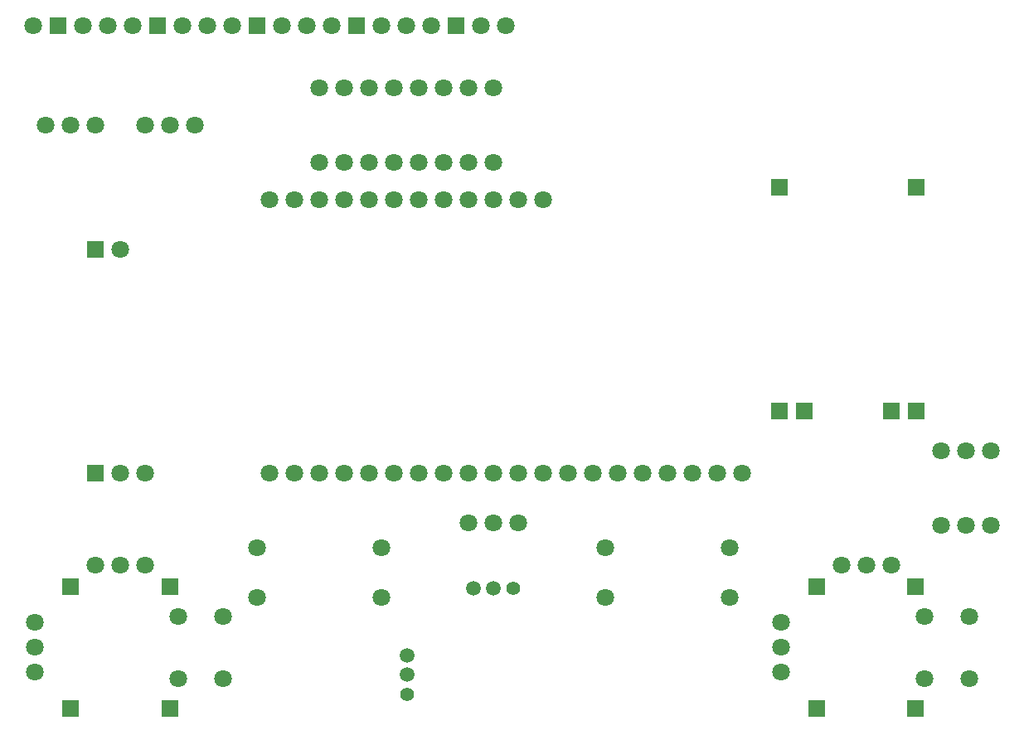
<source format=gbs>
%TF.GenerationSoftware,KiCad,Pcbnew,9.0.0*%
%TF.CreationDate,2025-03-08T00:29:08-08:00*%
%TF.ProjectId,remote,72656d6f-7465-42e6-9b69-6361645f7063,v0.1*%
%TF.SameCoordinates,Original*%
%TF.FileFunction,Soldermask,Bot*%
%TF.FilePolarity,Negative*%
%FSLAX46Y46*%
G04 Gerber Fmt 4.6, Leading zero omitted, Abs format (unit mm)*
G04 Created by KiCad (PCBNEW 9.0.0) date 2025-03-08 00:29:08*
%MOMM*%
%LPD*%
G01*
G04 APERTURE LIST*
%ADD10C,1.400000*%
%ADD11C,1.500000*%
%ADD12C,1.800000*%
%ADD13R,1.800000X1.800000*%
G04 APERTURE END LIST*
D10*
%TO.C,MINI_THUNSTICK1*%
X138520000Y-136620000D03*
D11*
X138520000Y-134620000D03*
X138520000Y-132620000D03*
D10*
X149320000Y-125820000D03*
D11*
X147320000Y-125820000D03*
X145320000Y-125820000D03*
%TD*%
D12*
%TO.C,RGB_LED4*%
X130810000Y-68331058D03*
D13*
X133350000Y-68331058D03*
D12*
X135890000Y-68331058D03*
X138430000Y-68331058D03*
%TD*%
%TO.C,R9*%
X198120000Y-119380000D03*
X198120000Y-111760000D03*
%TD*%
%TO.C,R2*%
X132080000Y-82301058D03*
X132080000Y-74681058D03*
%TD*%
D13*
%TO.C,THUMBSTICK1*%
X190440000Y-138081058D03*
X190440000Y-125581058D03*
X180340000Y-138081058D03*
X180340000Y-125581058D03*
D12*
X187930000Y-123431058D03*
X185390000Y-123431058D03*
X182850000Y-123431058D03*
X176690000Y-129291058D03*
X176690000Y-131831058D03*
X176690000Y-134371058D03*
X191340000Y-134981058D03*
X195890000Y-134981058D03*
X191340000Y-128681058D03*
X195890000Y-128681058D03*
%TD*%
%TO.C,R4*%
X137160000Y-82301058D03*
X137160000Y-74681058D03*
%TD*%
%TO.C,R10*%
X193040000Y-111760000D03*
X193040000Y-119380000D03*
%TD*%
%TO.C,ESP32_UWB1*%
X124460000Y-114051058D03*
X127000000Y-114051058D03*
X129540000Y-114051058D03*
X132080000Y-114051058D03*
X134620000Y-114051058D03*
X137160000Y-114051058D03*
X139700000Y-114051058D03*
X142240000Y-114051058D03*
X144780000Y-114051058D03*
X147320000Y-114051058D03*
X149860000Y-114051058D03*
X152400000Y-114051058D03*
X154940000Y-114051058D03*
X157480000Y-114051058D03*
X160020000Y-114051058D03*
X162560000Y-114051058D03*
X165100000Y-114051058D03*
X167640000Y-114051058D03*
X170180000Y-114051058D03*
X172720000Y-114051058D03*
X124460000Y-86111058D03*
X127000000Y-86111058D03*
X129540000Y-86111058D03*
X132080000Y-86111058D03*
X134620000Y-86111058D03*
X137160000Y-86111058D03*
X139700000Y-86111058D03*
X142240000Y-86111058D03*
X144780000Y-86111058D03*
X147320000Y-86111058D03*
X149860000Y-86111058D03*
X152400000Y-86111058D03*
%TD*%
%TO.C,ON_OFF_SWITCH1*%
X101600000Y-78491058D03*
X104140000Y-78491058D03*
X106680000Y-78491058D03*
%TD*%
%TO.C,R6*%
X142240000Y-82301058D03*
X142240000Y-74681058D03*
%TD*%
%TO.C,BUTTON2*%
X123160000Y-121671058D03*
X123160000Y-126751058D03*
X135860000Y-121671058D03*
X135860000Y-126751058D03*
%TD*%
%TO.C,RGB_LED1*%
X100330000Y-68331058D03*
D13*
X102870000Y-68331058D03*
D12*
X105410000Y-68331058D03*
X107950000Y-68331058D03*
%TD*%
%TO.C,R1*%
X129540000Y-82301058D03*
X129540000Y-74681058D03*
%TD*%
D13*
%TO.C,THUMBSTICK2*%
X114270000Y-138081058D03*
X114270000Y-125581058D03*
X104170000Y-138081058D03*
X104170000Y-125581058D03*
D12*
X111760000Y-123431058D03*
X109220000Y-123431058D03*
X106680000Y-123431058D03*
X100520000Y-129291058D03*
X100520000Y-131831058D03*
X100520000Y-134371058D03*
X115170000Y-134981058D03*
X119720000Y-134981058D03*
X115170000Y-128681058D03*
X119720000Y-128681058D03*
%TD*%
D13*
%TO.C,5V_DC_DC_CONVERTER1*%
X106680000Y-114051058D03*
D12*
X109220000Y-114051058D03*
X111760000Y-114051058D03*
D13*
X106680000Y-91191058D03*
D12*
X109220000Y-91191058D03*
%TD*%
%TO.C,BUTTON1*%
X158720000Y-121671058D03*
X158720000Y-126751058D03*
X171420000Y-121671058D03*
X171420000Y-126751058D03*
%TD*%
%TO.C,RGB_LED2*%
X110490000Y-68331058D03*
D13*
X113030000Y-68331058D03*
D12*
X115570000Y-68331058D03*
X118110000Y-68331058D03*
%TD*%
%TO.C,R8*%
X147320000Y-82301058D03*
X147320000Y-74681058D03*
%TD*%
%TO.C,R7*%
X144780000Y-82301058D03*
X144780000Y-74681058D03*
%TD*%
%TO.C,R11*%
X195580000Y-111760000D03*
X195580000Y-119380000D03*
%TD*%
%TO.C,RGB_LED3*%
X120650000Y-68331058D03*
D13*
X123190000Y-68331058D03*
D12*
X125730000Y-68331058D03*
X128270000Y-68331058D03*
%TD*%
%TO.C,LOCK_SWITCH1*%
X144780000Y-119131058D03*
X147320000Y-119131058D03*
X149860000Y-119131058D03*
%TD*%
%TO.C,R3*%
X134620000Y-82301058D03*
X134620000Y-74681058D03*
%TD*%
%TO.C,UWB_SELECTOR1*%
X111760000Y-78491058D03*
X114300000Y-78491058D03*
X116840000Y-78491058D03*
%TD*%
%TO.C,R5*%
X139700000Y-82301058D03*
X139700000Y-74681058D03*
%TD*%
%TO.C,RGB_LED5*%
X140970000Y-68331058D03*
D13*
X143510000Y-68331058D03*
D12*
X146050000Y-68331058D03*
X148590000Y-68331058D03*
%TD*%
D13*
%TO.C,3.7V_BATTERY_CHARGER1*%
X176530000Y-84841058D03*
X190500000Y-84841058D03*
X176530000Y-107701058D03*
X179070000Y-107701058D03*
X187960000Y-107701058D03*
X190500000Y-107701058D03*
%TD*%
M02*

</source>
